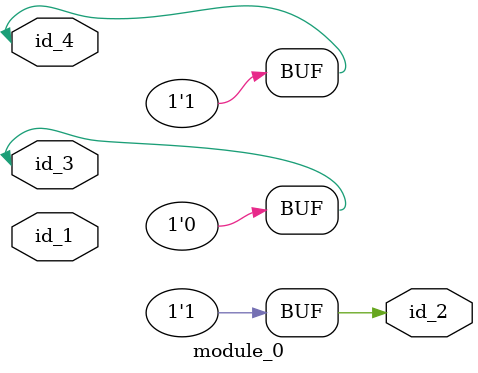
<source format=v>
`define pp_4 0
`define pp_5 0
module module_0 (
    id_1,
    id_2,
    id_3,
    id_4
);
  input id_4;
  inout id_3;
  output id_2;
  input id_1;
  initial begin
    if (1) if (1) id_2 <= 1;
    {1, 1'b0, 1, 1, id_3, 1, id_4} <= (1 && 1);
  end
endmodule

</source>
